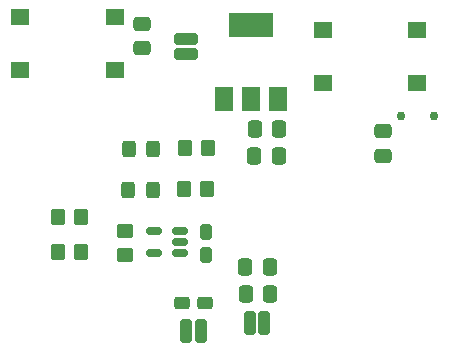
<source format=gbr>
%TF.GenerationSoftware,KiCad,Pcbnew,7.0.5*%
%TF.CreationDate,2024-09-29T13:01:46+01:00*%
%TF.ProjectId,smartwatch,736d6172-7477-4617-9463-682e6b696361,rev?*%
%TF.SameCoordinates,Original*%
%TF.FileFunction,Soldermask,Bot*%
%TF.FilePolarity,Negative*%
%FSLAX46Y46*%
G04 Gerber Fmt 4.6, Leading zero omitted, Abs format (unit mm)*
G04 Created by KiCad (PCBNEW 7.0.5) date 2024-09-29 13:01:46*
%MOMM*%
%LPD*%
G01*
G04 APERTURE LIST*
G04 Aperture macros list*
%AMRoundRect*
0 Rectangle with rounded corners*
0 $1 Rounding radius*
0 $2 $3 $4 $5 $6 $7 $8 $9 X,Y pos of 4 corners*
0 Add a 4 corners polygon primitive as box body*
4,1,4,$2,$3,$4,$5,$6,$7,$8,$9,$2,$3,0*
0 Add four circle primitives for the rounded corners*
1,1,$1+$1,$2,$3*
1,1,$1+$1,$4,$5*
1,1,$1+$1,$6,$7*
1,1,$1+$1,$8,$9*
0 Add four rect primitives between the rounded corners*
20,1,$1+$1,$2,$3,$4,$5,0*
20,1,$1+$1,$4,$5,$6,$7,0*
20,1,$1+$1,$6,$7,$8,$9,0*
20,1,$1+$1,$8,$9,$2,$3,0*%
G04 Aperture macros list end*
%ADD10C,0.750000*%
%ADD11R,1.500000X2.000000*%
%ADD12R,3.800000X2.000000*%
%ADD13RoundRect,0.250000X-0.450000X0.350000X-0.450000X-0.350000X0.450000X-0.350000X0.450000X0.350000X0*%
%ADD14RoundRect,0.250000X-0.350000X-0.450000X0.350000X-0.450000X0.350000X0.450000X-0.350000X0.450000X0*%
%ADD15RoundRect,0.150000X0.512500X0.150000X-0.512500X0.150000X-0.512500X-0.150000X0.512500X-0.150000X0*%
%ADD16R,1.600000X1.400000*%
%ADD17RoundRect,0.250000X0.350000X0.450000X-0.350000X0.450000X-0.350000X-0.450000X0.350000X-0.450000X0*%
%ADD18RoundRect,0.250000X0.275000X-0.400000X0.275000X0.400000X-0.275000X0.400000X-0.275000X-0.400000X0*%
%ADD19RoundRect,0.250000X0.337500X0.475000X-0.337500X0.475000X-0.337500X-0.475000X0.337500X-0.475000X0*%
%ADD20RoundRect,0.250000X0.750000X-0.250000X0.750000X0.250000X-0.750000X0.250000X-0.750000X-0.250000X0*%
%ADD21RoundRect,0.250000X-0.475000X0.337500X-0.475000X-0.337500X0.475000X-0.337500X0.475000X0.337500X0*%
%ADD22RoundRect,0.250000X0.325000X0.450000X-0.325000X0.450000X-0.325000X-0.450000X0.325000X-0.450000X0*%
%ADD23RoundRect,0.250000X-0.325000X-0.450000X0.325000X-0.450000X0.325000X0.450000X-0.325000X0.450000X0*%
%ADD24RoundRect,0.250000X0.475000X-0.337500X0.475000X0.337500X-0.475000X0.337500X-0.475000X-0.337500X0*%
%ADD25RoundRect,0.250000X-0.400000X-0.275000X0.400000X-0.275000X0.400000X0.275000X-0.400000X0.275000X0*%
%ADD26RoundRect,0.250000X0.250000X0.750000X-0.250000X0.750000X-0.250000X-0.750000X0.250000X-0.750000X0*%
G04 APERTURE END LIST*
D10*
%TO.C,SW1*%
X61275000Y-42590000D03*
X64025000Y-42590000D03*
%TD*%
D11*
%TO.C,U4*%
X50890000Y-41180000D03*
X48590000Y-41180000D03*
D12*
X48590000Y-34880000D03*
D11*
X46290000Y-41180000D03*
%TD*%
D13*
%TO.C,R1*%
X37912500Y-52350000D03*
X37912500Y-54350000D03*
%TD*%
D14*
%TO.C,R3*%
X42937500Y-45360000D03*
X44937500Y-45360000D03*
%TD*%
D15*
%TO.C,U2*%
X42587500Y-52350000D03*
X42587500Y-53300000D03*
X42587500Y-54250000D03*
X40312500Y-54250000D03*
X40312500Y-52350000D03*
%TD*%
D16*
%TO.C,BOOT/FLASH1*%
X54660000Y-39850000D03*
X62660000Y-39850000D03*
X54660000Y-35350000D03*
X62660000Y-35350000D03*
%TD*%
D17*
%TO.C,R6*%
X34200000Y-51200000D03*
X32200000Y-51200000D03*
%TD*%
D18*
%TO.C,C11*%
X44782500Y-54410000D03*
X44782500Y-52460000D03*
%TD*%
D19*
%TO.C,C1*%
X50205000Y-57660000D03*
X48130000Y-57660000D03*
%TD*%
D17*
%TO.C,R7*%
X34200000Y-54150000D03*
X32200000Y-54150000D03*
%TD*%
D20*
%TO.C,J3*%
X43050000Y-37400000D03*
X43050000Y-36140000D03*
%TD*%
D21*
%TO.C,C10*%
X39300000Y-34800000D03*
X39300000Y-36875000D03*
%TD*%
D19*
%TO.C,C3*%
X50927500Y-45990000D03*
X48852500Y-45990000D03*
%TD*%
D22*
%TO.C,GREEN1*%
X40277500Y-45390000D03*
X38227500Y-45390000D03*
%TD*%
D16*
%TO.C,RST1*%
X29020000Y-38700000D03*
X37020000Y-38700000D03*
X29020000Y-34200000D03*
X37020000Y-34200000D03*
%TD*%
D19*
%TO.C,C4*%
X50945000Y-43750000D03*
X48870000Y-43750000D03*
%TD*%
D17*
%TO.C,R2*%
X44867500Y-48840000D03*
X42867500Y-48840000D03*
%TD*%
D23*
%TO.C,RED1*%
X38192500Y-48870000D03*
X40242500Y-48870000D03*
%TD*%
D19*
%TO.C,C2*%
X50175000Y-55410000D03*
X48100000Y-55410000D03*
%TD*%
D24*
%TO.C,C9*%
X59740000Y-45997500D03*
X59740000Y-43922500D03*
%TD*%
D25*
%TO.C,C12*%
X42745000Y-58420000D03*
X44695000Y-58420000D03*
%TD*%
D26*
%TO.C,J1*%
X49700000Y-60110000D03*
X48440000Y-60110000D03*
%TD*%
%TO.C,J2*%
X44345000Y-60810000D03*
X43085000Y-60810000D03*
%TD*%
M02*

</source>
